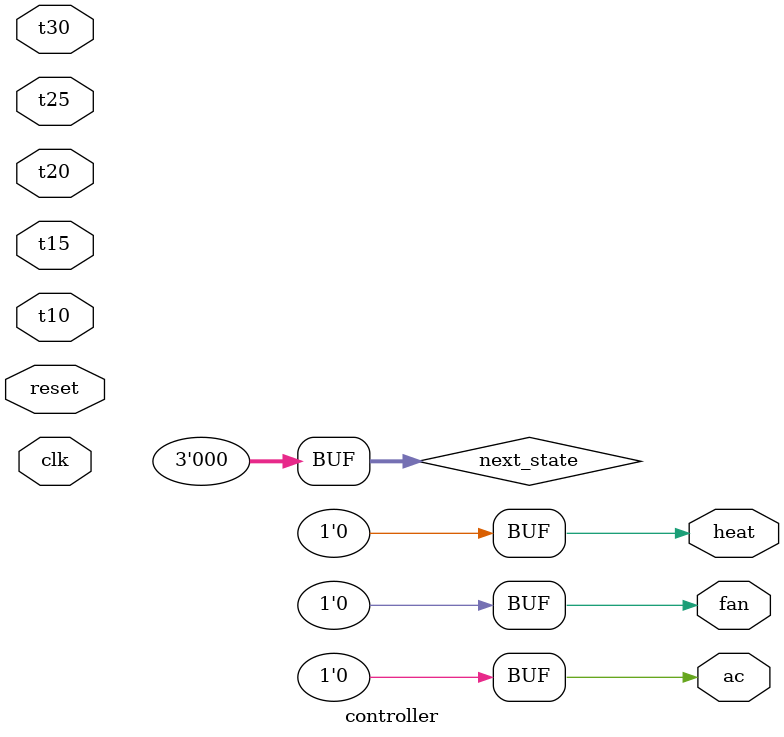
<source format=v>


// Verification Directory fv/controller 

module controller(clk, t10, t15, t20, t25, t30, reset, heat, fan, ac);
  input clk, t10, t15, t20, t25, t30, reset;
  output heat, fan, ac;
  wire clk, t10, t15, t20, t25, t30, reset;
  wire heat, fan, ac;
  wire [2:0] next_state;
  wire [2:0] state;
  wire n_0, n_1, n_2, n_3, n_4, n_5, n_6, n_7;
  wire n_8, n_9, n_10, n_11, n_12, n_13, n_14, n_15;
  wire n_16, n_17, n_18, n_19, n_20, n_21, n_22, n_23;
  wire n_24, n_25, n_26, n_27, n_28, n_29, n_30, n_31;
  wire n_32, n_33, n_34, n_35, n_36, n_37, n_38, n_39;
  wire n_40, n_41, n_42, n_43, n_44, n_45, n_46, n_47;
  wire n_48, n_49, n_50, n_51, n_52, n_53, n_54, n_55;
  wire n_56, n_57, n_58, n_59, n_60, n_61, n_62, n_63;
  wire n_64, n_65;
  assign next_state[2] = 1'b0;
  assign next_state[1] = 1'b0;
  assign next_state[0] = 1'b0;
  assign ac = 1'b0;
  assign fan = 1'b0;
  assign heat = 1'b0;
  DFFHQX1 \next_state_reg[0]406 (.CK (clk), .D (n_64), .Q
       (next_state[0]));
  DFFHQX1 \next_state_reg[1]407 (.CK (clk), .D (n_65), .Q
       (next_state[1]));
  DFFHQX1 heat_reg400(.CK (clk), .D (n_61), .Q (heat));
  DFFHQX1 ac_reg404(.CK (clk), .D (n_62), .Q (ac));
  DFFHQX1 fan_reg402(.CK (clk), .D (n_63), .Q (fan));
  OAI211X1 g2134(.A0 (n_53), .A1 (reset), .B0 (n_31), .C0 (n_58), .Y
       (n_65));
  OAI211X1 g2135(.A0 (n_3), .A1 (n_31), .B0 (n_39), .C0 (n_59), .Y
       (n_64));
  OAI2BB1X1 g2136(.A0N (fan), .A1N (n_1), .B0 (n_49), .Y (n_63));
  OAI21XL g2137(.A0 (n_36), .A1 (n_30), .B0 (n_60), .Y (n_62));
  AO22X1 g2138(.A0 (heat), .A1 (n_55), .B0 (n_38), .B1 (n_29), .Y
       (n_61));
  DFFHQX1 \next_state_reg[2]408 (.CK (clk), .D (n_57), .Q
       (next_state[2]));
  NAND2XL g2140(.A (ac), .B (n_56), .Y (n_60));
  AOI221X1 g2141(.A0 (n_2), .A1 (n_50), .B0 (n_8), .B1 (n_45), .C0
       (n_51), .Y (n_59));
  AOI22XL g2142(.A0 (n_9), .A1 (n_54), .B0 (t30), .B1 (n_45), .Y
       (n_58));
  OAI211X1 g2143(.A0 (n_43), .A1 (reset), .B0 (n_44), .C0 (n_40), .Y
       (n_57));
  NAND4XL g2145(.A (n_7), .B (n_33), .C (n_34), .D (n_48), .Y (n_56));
  NAND4XL g2146(.A (n_9), .B (n_23), .C (n_46), .D (n_48), .Y (n_55));
  OAI2BB1X1 g2147(.A0N (n_27), .A1N (n_6), .B0 (n_52), .Y (n_54));
  NAND2XL g2148(.A (next_state[1]), .B (n_41), .Y (n_53));
  OAI21XL g2149(.A0 (n_4), .A1 (n_32), .B0 (next_state[1]), .Y (n_52));
  NOR2XL g2150(.A (t10), .B (n_47), .Y (n_51));
  OAI22XL g2151(.A0 (n_3), .A1 (n_35), .B0 (t15), .B1 (n_16), .Y
       (n_50));
  OAI211X1 g2152(.A0 (n_6), .A1 (n_10), .B0 (n_8), .C0 (n_37), .Y
       (n_49));
  NAND2XL g2153(.A (t20), .B (n_32), .Y (n_48));
  NAND2XL g2154(.A (n_38), .B (n_23), .Y (n_47));
  NOR2BX1 g2155(.AN (n_33), .B (n_12), .Y (n_46));
  INVX1 g2156(.A (n_44), .Y (n_45));
  NAND2XL g2157(.A (n_37), .B (n_23), .Y (n_44));
  OAI31X1 g2158(.A0 (n_24), .A1 (n_21), .A2 (n_25), .B0
       (next_state[2]), .Y (n_43));
  OAI21XL g2159(.A0 (n_3), .A1 (n_28), .B0 (t20), .Y (n_42));
  OAI21XL g2160(.A0 (t10), .A1 (n_16), .B0 (n_34), .Y (n_41));
  OAI211X1 g2161(.A0 (n_6), .A1 (n_19), .B0 (n_8), .C0 (n_26), .Y
       (n_40));
  OAI31X1 g2162(.A0 (n_5), .A1 (n_12), .A2 (n_22), .B0 (n_2), .Y
       (n_39));
  AND2X1 g2163(.A (n_27), .B (n_7), .Y (n_38));
  INVX1 g2164(.A (n_36), .Y (n_37));
  NAND2XL g2165(.A (t25), .B (n_26), .Y (n_36));
  NOR2XL g2166(.A (n_4), .B (n_28), .Y (n_35));
  NOR2XL g2167(.A (t30), .B (n_25), .Y (n_34));
  OAI21XL g2168(.A0 (t25), .A1 (n_21), .B0 (n_4), .Y (n_33));
  OAI21XL g2169(.A0 (t25), .A1 (n_20), .B0 (t15), .Y (n_32));
  NAND3BXL g2170(.AN (n_24), .B (n_9), .C (n_17), .Y (n_31));
  AOI22XL g2171(.A0 (state[2]), .A1 (n_19), .B0 (t30), .B1 (n_15), .Y
       (n_30));
  OAI221X1 g2172(.A0 (state[2]), .A1 (n_18), .B0 (t10), .B1 (n_13), .C0
       (n_0), .Y (n_29));
  NOR2XL g2173(.A (t30), .B (n_20), .Y (n_28));
  NOR2XL g2174(.A (t15), .B (n_24), .Y (n_27));
  AND3XL g2175(.A (t20), .B (t15), .C (n_9), .Y (n_26));
  OAI21XL g2177(.A0 (t10), .A1 (n_3), .B0 (n_23), .Y (n_25));
  DFFQXL \state_reg[0] (.CK (clk), .D (n_2), .Q (state[0]));
  DFFQXL \state_reg[1] (.CK (clk), .D (n_14), .Q (state[1]));
  DFFQXL \state_reg[2] (.CK (clk), .D (n_11), .Q (state[2]));
  NAND2XL g2181(.A (n_8), .B (n_16), .Y (n_24));
  INVX1 g2182(.A (n_23), .Y (n_22));
  NAND2XL g2183(.A (state[1]), .B (n_13), .Y (n_23));
  NOR2XL g2184(.A (n_3), .B (n_17), .Y (n_21));
  NAND2XL g2185(.A (state[2]), .B (n_10), .Y (n_20));
  NAND2XL g2186(.A (n_0), .B (n_18), .Y (n_19));
  NAND2BXL g2188(.AN (state[0]), .B (state[1]), .Y (n_18));
  NAND2XL g2190(.A (state[1]), .B (state[0]), .Y (n_17));
  NOR2XL g2191(.A (t25), .B (t20), .Y (n_16));
  NAND2XL g2192(.A (state[1]), .B (state[2]), .Y (n_15));
  AND2X1 g2193(.A (n_7), .B (next_state[1]), .Y (n_14));
  AND2X1 g2194(.A (state[2]), .B (state[0]), .Y (n_13));
  NOR2XL g2195(.A (t25), .B (n_8), .Y (n_12));
  AND2X1 g2197(.A (n_7), .B (next_state[2]), .Y (n_11));
  NOR2XL g2198(.A (state[0]), .B (state[1]), .Y (n_10));
  NOR2XL g2199(.A (reset), .B (n_5), .Y (n_9));
  INVX1 g2200(.A (t30), .Y (n_8));
  INVX1 g2201(.A (reset), .Y (n_7));
  INVX1 g2202(.A (state[2]), .Y (n_6));
  INVX1 g2203(.A (t10), .Y (n_5));
  INVX1 g2205(.A (t20), .Y (n_4));
  INVX1 g2206(.A (t15), .Y (n_3));
  AND2X1 g2207(.A (n_7), .B (next_state[0]), .Y (n_2));
  NAND4BX1 g2(.AN (n_25), .B (n_7), .C (n_46), .D (n_42), .Y (n_1));
  NAND2BX1 g2208(.AN (state[1]), .B (state[0]), .Y (n_0));
endmodule


</source>
